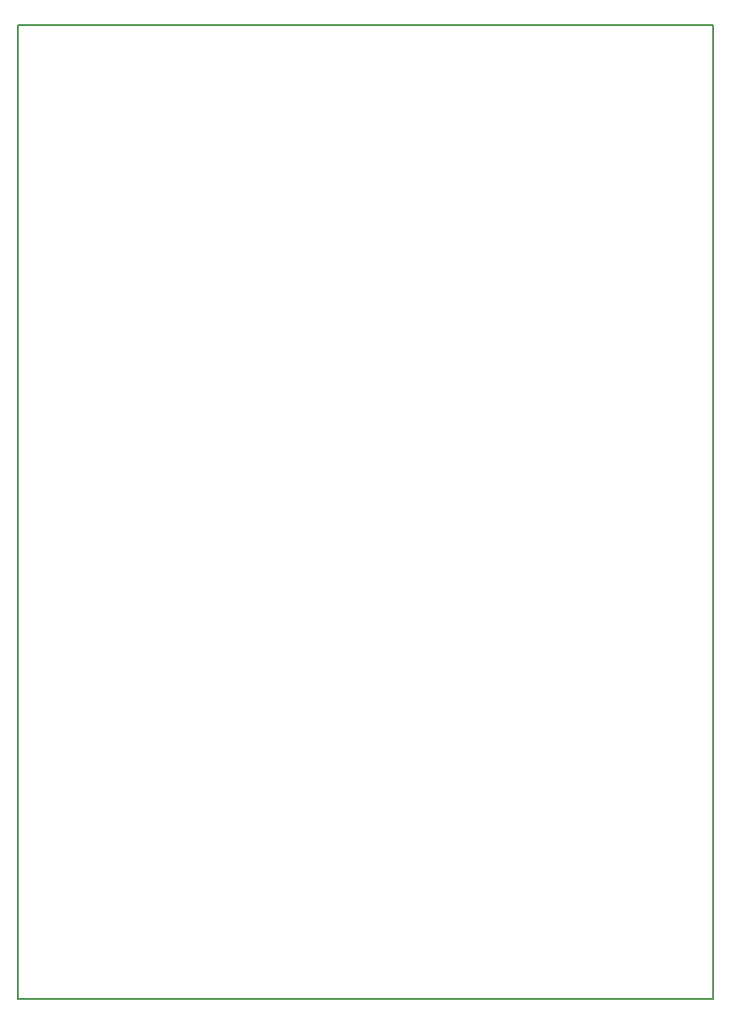
<source format=gm1>
G04 #@! TF.FileFunction,Profile,NP*
%FSLAX46Y46*%
G04 Gerber Fmt 4.6, Leading zero omitted, Abs format (unit mm)*
G04 Created by KiCad (PCBNEW 4.0.4-stable) date 02/19/22 22:26:41*
%MOMM*%
%LPD*%
G01*
G04 APERTURE LIST*
%ADD10C,0.100000*%
%ADD11C,0.150000*%
G04 APERTURE END LIST*
D10*
D11*
X84607400Y-40995600D02*
X85115400Y-40995600D01*
X84607400Y-133096000D02*
X84607400Y-40995600D01*
X150329900Y-133096000D02*
X84607400Y-133096000D01*
X150329900Y-40982900D02*
X150329900Y-133096000D01*
X85077300Y-40982900D02*
X150329900Y-40982900D01*
M02*

</source>
